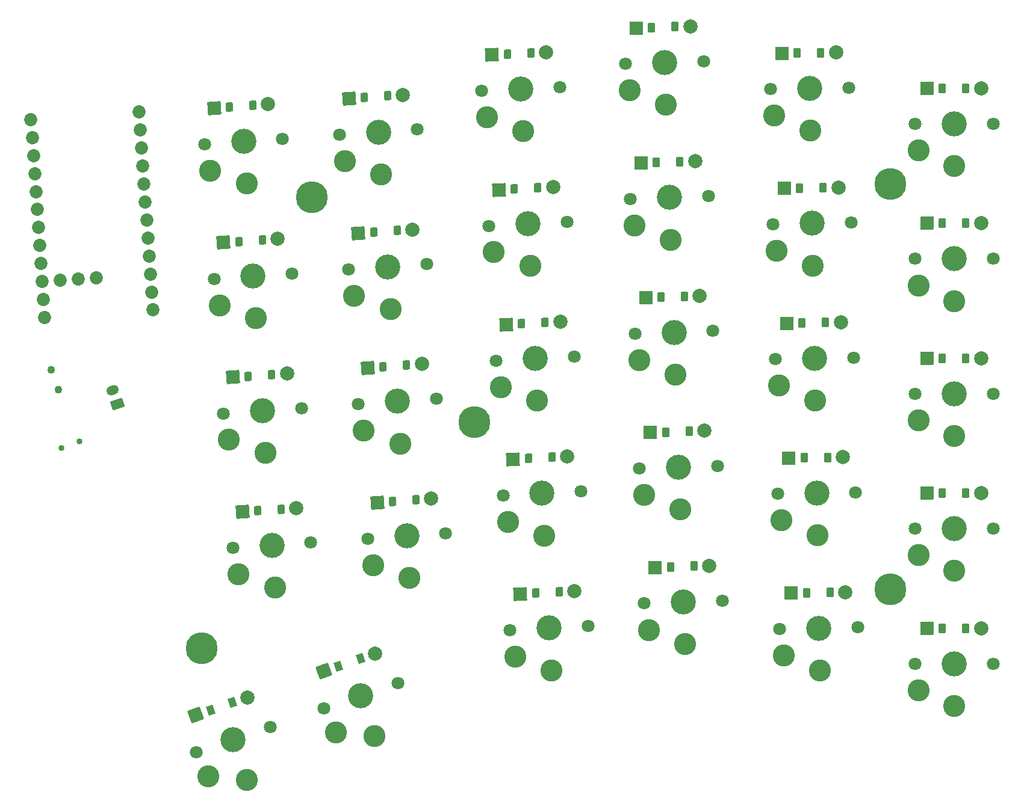
<source format=gbr>
%TF.GenerationSoftware,KiCad,Pcbnew,8.0.4*%
%TF.CreationDate,2024-08-23T23:48:41-04:00*%
%TF.ProjectId,right,72696768-742e-46b6-9963-61645f706362,v1.0.0*%
%TF.SameCoordinates,Original*%
%TF.FileFunction,Soldermask,Top*%
%TF.FilePolarity,Negative*%
%FSLAX46Y46*%
G04 Gerber Fmt 4.6, Leading zero omitted, Abs format (unit mm)*
G04 Created by KiCad (PCBNEW 8.0.4) date 2024-08-23 23:48:41*
%MOMM*%
%LPD*%
G01*
G04 APERTURE LIST*
G04 Aperture macros list*
%AMRoundRect*
0 Rectangle with rounded corners*
0 $1 Rounding radius*
0 $2 $3 $4 $5 $6 $7 $8 $9 X,Y pos of 4 corners*
0 Add a 4 corners polygon primitive as box body*
4,1,4,$2,$3,$4,$5,$6,$7,$8,$9,$2,$3,0*
0 Add four circle primitives for the rounded corners*
1,1,$1+$1,$2,$3*
1,1,$1+$1,$4,$5*
1,1,$1+$1,$6,$7*
1,1,$1+$1,$8,$9*
0 Add four rect primitives between the rounded corners*
20,1,$1+$1,$2,$3,$4,$5,0*
20,1,$1+$1,$4,$5,$6,$7,0*
20,1,$1+$1,$6,$7,$8,$9,0*
20,1,$1+$1,$8,$9,$2,$3,0*%
%AMHorizOval*
0 Thick line with rounded ends*
0 $1 width*
0 $2 $3 position (X,Y) of the first rounded end (center of the circle)*
0 $4 $5 position (X,Y) of the second rounded end (center of the circle)*
0 Add line between two ends*
20,1,$1,$2,$3,$4,$5,0*
0 Add two circle primitives to create the rounded ends*
1,1,$1,$2,$3*
1,1,$1,$4,$5*%
G04 Aperture macros list end*
%ADD10C,3.529000*%
%ADD11C,1.801800*%
%ADD12C,3.100000*%
%ADD13C,1.852600*%
%ADD14RoundRect,0.050000X0.999032X-0.290578X0.608350X0.844044X-0.999032X0.290578X-0.608350X-0.844044X0*%
%ADD15HorizOval,1.300000X0.236380X0.081392X-0.236380X-0.081392X0*%
%ADD16C,0.850000*%
%ADD17C,1.100000*%
%ADD18RoundRect,0.050000X-0.450000X-0.600000X0.450000X-0.600000X0.450000X0.600000X-0.450000X0.600000X0*%
%ADD19RoundRect,0.050000X-0.889000X-0.889000X0.889000X-0.889000X0.889000X0.889000X-0.889000X0.889000X0*%
%ADD20C,2.005000*%
%ADD21RoundRect,0.050000X-0.439460X-0.607762X0.460403X-0.592055X0.439460X0.607762X-0.460403X0.592055X0*%
%ADD22RoundRect,0.050000X-0.873349X-0.904380X0.904380X-0.873349X0.873349X0.904380X-0.904380X0.873349X0*%
%ADD23RoundRect,0.050000X-0.428786X-0.615339X0.470666X-0.583930X0.428786X0.615339X-0.470666X0.583930X0*%
%ADD24RoundRect,0.050000X-0.857433X-0.919484X0.919484X-0.857433X0.857433X0.919484X-0.919484X0.857433X0*%
%ADD25RoundRect,0.050000X-0.417982X-0.622729X0.480785X-0.575627X0.417982X0.622729X-0.480785X0.575627X0*%
%ADD26RoundRect,0.050000X-0.841255X-0.934308X0.934308X-0.841255X0.841255X0.934308X-0.934308X0.841255X0*%
%ADD27RoundRect,0.050000X-0.407050X-0.629929X0.490758X-0.567148X0.407050X0.629929X-0.490758X0.567148X0*%
%ADD28RoundRect,0.050000X-0.824821X-0.948848X0.948848X-0.824821X0.824821X0.948848X-0.948848X0.824821X0*%
%ADD29RoundRect,0.050000X-0.230142X-0.713817X0.620824X-0.420805X0.230142X0.713817X-0.620824X0.420805X0*%
%ADD30RoundRect,0.050000X-0.551136X-1.129996X1.129996X-0.551136X0.551136X1.129996X-1.129996X0.551136X0*%
%ADD31C,0.800000*%
%ADD32C,4.500000*%
G04 APERTURE END LIST*
D10*
%TO.C,S1*%
X349836267Y-200000000D03*
D11*
X344336267Y-200000000D03*
X355336267Y-200000000D03*
D12*
X344836267Y-203750000D03*
X349836267Y-205950000D03*
%TD*%
D10*
%TO.C,S2*%
X349836267Y-181000000D03*
D11*
X344336267Y-181000000D03*
X355336267Y-181000000D03*
D12*
X344836267Y-184750000D03*
X349836267Y-186950000D03*
%TD*%
D10*
%TO.C,S3*%
X349836267Y-162000000D03*
D11*
X344336267Y-162000000D03*
X355336267Y-162000000D03*
D12*
X344836267Y-165750000D03*
X349836267Y-167950000D03*
%TD*%
D10*
%TO.C,S4*%
X349836267Y-143000000D03*
D11*
X344336267Y-143000000D03*
X355336267Y-143000000D03*
D12*
X344836267Y-146750000D03*
X349836267Y-148950000D03*
%TD*%
D10*
%TO.C,S5*%
X349836267Y-124000000D03*
D11*
X344336267Y-124000000D03*
X355336267Y-124000000D03*
D12*
X344836267Y-127750000D03*
X349836267Y-129950000D03*
%TD*%
D10*
%TO.C,S6*%
X330836267Y-195000000D03*
D11*
X325337105Y-195095988D03*
X336335429Y-194904012D03*
D12*
X325902475Y-198836691D03*
X330940109Y-200949094D03*
%TD*%
D10*
%TO.C,S7*%
X330504671Y-176002894D03*
D11*
X325005509Y-176098882D03*
X336003833Y-175906906D03*
D12*
X325570879Y-179839585D03*
X330608513Y-181951988D03*
%TD*%
D10*
%TO.C,S8*%
X330173075Y-157005788D03*
D11*
X324673913Y-157101776D03*
X335672237Y-156909800D03*
D12*
X325239283Y-160842479D03*
X330276917Y-162954882D03*
%TD*%
D10*
%TO.C,S9*%
X329841480Y-138008681D03*
D11*
X324342318Y-138104669D03*
X335340642Y-137912693D03*
D12*
X324907688Y-141845372D03*
X329945322Y-143957775D03*
%TD*%
D10*
%TO.C,S10*%
X329509884Y-119011575D03*
D11*
X324010722Y-119107563D03*
X335009046Y-118915587D03*
D12*
X324576092Y-122848266D03*
X329613726Y-124960669D03*
%TD*%
D10*
%TO.C,S11*%
X311769351Y-191332205D03*
D11*
X306272701Y-191524152D03*
X317266001Y-191140258D03*
D12*
X306903270Y-195254418D03*
X311977003Y-197278580D03*
%TD*%
D10*
%TO.C,S12*%
X311106261Y-172343779D03*
D11*
X305609611Y-172535726D03*
X316602911Y-172151832D03*
D12*
X306240180Y-176265992D03*
X311313913Y-178290154D03*
%TD*%
D10*
%TO.C,S13*%
X310443170Y-153355354D03*
D11*
X304946520Y-153547301D03*
X315939820Y-153163407D03*
D12*
X305577089Y-157277567D03*
X310650822Y-159301729D03*
%TD*%
D10*
%TO.C,S14*%
X309780080Y-134366928D03*
D11*
X304283430Y-134558875D03*
X315276730Y-134174981D03*
D12*
X304913999Y-138289141D03*
X309987732Y-140313303D03*
%TD*%
D10*
%TO.C,S15*%
X309116989Y-115378502D03*
D11*
X303620339Y-115570449D03*
X314613639Y-115186555D03*
D12*
X304250908Y-119300715D03*
X309324641Y-121324877D03*
%TD*%
D10*
%TO.C,S16*%
X292885624Y-194993468D03*
D11*
X287393162Y-195281316D03*
X298378086Y-194705620D03*
D12*
X288088736Y-199000009D03*
X293197023Y-200935314D03*
%TD*%
D10*
%TO.C,S17*%
X291891241Y-176019507D03*
D11*
X286398779Y-176307355D03*
X297383703Y-175731659D03*
D12*
X287094353Y-180026048D03*
X292202640Y-181961353D03*
%TD*%
D10*
%TO.C,S18*%
X290896857Y-157045545D03*
D11*
X285404395Y-157333393D03*
X296389319Y-156757697D03*
D12*
X286099969Y-161052086D03*
X291208256Y-162987391D03*
%TD*%
D10*
%TO.C,S19*%
X289902474Y-138071584D03*
D11*
X284410012Y-138359432D03*
X295394936Y-137783736D03*
D12*
X285105586Y-142078125D03*
X290213873Y-144013430D03*
%TD*%
D10*
%TO.C,S20*%
X288908091Y-119097623D03*
D11*
X283415629Y-119385471D03*
X294400553Y-118809775D03*
D12*
X284111203Y-123104164D03*
X289219490Y-125039469D03*
%TD*%
D10*
%TO.C,S21*%
X272847969Y-182027282D03*
D11*
X267361367Y-182410943D03*
X278334571Y-181643621D03*
D12*
X268121736Y-186116930D03*
X273263020Y-187962788D03*
%TD*%
D10*
%TO.C,S22*%
X271522596Y-163073565D03*
D11*
X266035994Y-163457226D03*
X277009198Y-162689904D03*
D12*
X266796363Y-167163213D03*
X271937647Y-169009071D03*
%TD*%
D10*
%TO.C,S23*%
X270197223Y-144119848D03*
D11*
X264710621Y-144503509D03*
X275683825Y-143736187D03*
D12*
X265470990Y-148209496D03*
X270612274Y-150055354D03*
%TD*%
D10*
%TO.C,S24*%
X268871850Y-125166131D03*
D11*
X263385248Y-125549792D03*
X274358452Y-124782470D03*
D12*
X264145617Y-129255779D03*
X269286901Y-131101637D03*
%TD*%
D10*
%TO.C,S25*%
X253894252Y-183352655D03*
D11*
X248407650Y-183736316D03*
X259380854Y-182968994D03*
D12*
X249168019Y-187442303D03*
X254309303Y-189288161D03*
%TD*%
D10*
%TO.C,S26*%
X252568879Y-164398938D03*
D11*
X247082277Y-164782599D03*
X258055481Y-164015277D03*
D12*
X247842646Y-168488586D03*
X252983930Y-170334444D03*
%TD*%
D10*
%TO.C,S27*%
X251243506Y-145445221D03*
D11*
X245756904Y-145828882D03*
X256730108Y-145061560D03*
D12*
X246517273Y-149534869D03*
X251658557Y-151380727D03*
%TD*%
D10*
%TO.C,S28*%
X249918133Y-126491504D03*
D11*
X244431531Y-126875165D03*
X255404735Y-126107843D03*
D12*
X245191900Y-130581152D03*
X250333184Y-132427010D03*
%TD*%
D10*
%TO.C,S29*%
X266402099Y-204531743D03*
D11*
X261201747Y-206322368D03*
X271602451Y-202741118D03*
D12*
X262895387Y-209705278D03*
X268339230Y-210157579D03*
%TD*%
D10*
%TO.C,S30*%
X248437246Y-210717537D03*
D11*
X243236894Y-212508162D03*
X253637598Y-208926912D03*
D12*
X244930534Y-215891072D03*
X250374377Y-216343373D03*
%TD*%
D13*
%TO.C,MCU1*%
X220009645Y-123400285D03*
X220186826Y-125934097D03*
X220364008Y-128467910D03*
X220541189Y-131001723D03*
X220718371Y-133535535D03*
X220895552Y-136069348D03*
X221072734Y-138603161D03*
X221249915Y-141136973D03*
X221427097Y-143670786D03*
X221604278Y-146204599D03*
X221781459Y-148738411D03*
X221958641Y-151272224D03*
X237161517Y-150209135D03*
X236984336Y-147675323D03*
X236807154Y-145141510D03*
X236629973Y-142607697D03*
X236452791Y-140073885D03*
X236275610Y-137540072D03*
X236098428Y-135006259D03*
X235921247Y-132472447D03*
X235744065Y-129938634D03*
X235566884Y-127404821D03*
X235389703Y-124871009D03*
X235212521Y-122337196D03*
X224138091Y-146027417D03*
X226671903Y-145850236D03*
X229205716Y-145673054D03*
%TD*%
D14*
%TO.C,JST1*%
X232158839Y-163441609D03*
D15*
X231507703Y-161550571D03*
%TD*%
D16*
%TO.C,B1*%
X224258147Y-169599302D03*
X226858323Y-168703990D03*
%TD*%
D17*
%TO.C,T1*%
X222876787Y-158599758D03*
X223853491Y-161436314D03*
%TD*%
D18*
%TO.C,D1*%
X348186267Y-195000000D03*
X351486267Y-195000000D03*
D19*
X346026267Y-195000000D03*
D20*
X353646267Y-195000000D03*
%TD*%
D18*
%TO.C,D2*%
X348186267Y-176000000D03*
X351486267Y-176000000D03*
D19*
X346026267Y-176000000D03*
D20*
X353646267Y-176000000D03*
%TD*%
D18*
%TO.C,D3*%
X348186267Y-157000000D03*
X351486267Y-157000000D03*
D19*
X346026267Y-157000000D03*
D20*
X353646267Y-157000000D03*
%TD*%
D18*
%TO.C,D4*%
X348186267Y-138000000D03*
X351486267Y-138000000D03*
D19*
X346026267Y-138000000D03*
D20*
X353646267Y-138000000D03*
%TD*%
D18*
%TO.C,D5*%
X348186267Y-119000000D03*
X351486267Y-119000000D03*
D19*
X346026267Y-119000000D03*
D20*
X353646267Y-119000000D03*
%TD*%
D21*
%TO.C,D6*%
X329099256Y-190029558D03*
X332398754Y-189971966D03*
D22*
X326939585Y-190067256D03*
D20*
X334558425Y-189934268D03*
%TD*%
D21*
%TO.C,D7*%
X328767660Y-171032451D03*
X332067158Y-170974859D03*
D22*
X326607989Y-171070149D03*
D20*
X334226829Y-170937161D03*
%TD*%
D21*
%TO.C,D8*%
X328436064Y-152035345D03*
X331735562Y-151977753D03*
D22*
X326276393Y-152073043D03*
D20*
X333895233Y-151940055D03*
%TD*%
D21*
%TO.C,D9*%
X328104469Y-133038239D03*
X331403967Y-132980647D03*
D22*
X325944798Y-133075937D03*
D20*
X333563638Y-132942949D03*
%TD*%
D21*
%TO.C,D10*%
X327772873Y-114041133D03*
X331072371Y-113983541D03*
D22*
X325613202Y-114078831D03*
D20*
X333232042Y-113945843D03*
%TD*%
D23*
%TO.C,D11*%
X309945859Y-186392835D03*
X313243849Y-186277667D03*
D24*
X307787175Y-186468218D03*
D20*
X315402533Y-186202284D03*
%TD*%
D23*
%TO.C,D12*%
X309282768Y-167404409D03*
X312580758Y-167289241D03*
D24*
X307124084Y-167479792D03*
D20*
X314739442Y-167213858D03*
%TD*%
D23*
%TO.C,D13*%
X308619678Y-148415983D03*
X311917668Y-148300815D03*
D24*
X306460994Y-148491366D03*
D20*
X314076352Y-148225432D03*
%TD*%
D23*
%TO.C,D14*%
X307956587Y-129427558D03*
X311254577Y-129312390D03*
D24*
X305797903Y-129502941D03*
D20*
X313413261Y-129237007D03*
%TD*%
D23*
%TO.C,D15*%
X307293497Y-110439132D03*
X310591487Y-110323964D03*
D24*
X305134813Y-110514515D03*
D20*
X312750171Y-110248581D03*
%TD*%
D25*
%TO.C,D16*%
X290976205Y-190086674D03*
X294271683Y-189913966D03*
D26*
X288819165Y-190199720D03*
D20*
X296428723Y-189800920D03*
%TD*%
D25*
%TO.C,D17*%
X289981822Y-171112713D03*
X293277300Y-170940005D03*
D26*
X287824782Y-171225759D03*
D20*
X295434340Y-170826959D03*
%TD*%
D25*
%TO.C,D18*%
X288987439Y-152138752D03*
X292282917Y-151966044D03*
D26*
X286830399Y-152251798D03*
D20*
X294439957Y-151852998D03*
%TD*%
D25*
%TO.C,D19*%
X287993055Y-133164791D03*
X291288533Y-132992083D03*
D26*
X285836015Y-133277837D03*
D20*
X293445573Y-132879037D03*
%TD*%
D25*
%TO.C,D20*%
X286998672Y-114190829D03*
X290294150Y-114018121D03*
D26*
X284841632Y-114303875D03*
D20*
X292451190Y-113905075D03*
%TD*%
D27*
%TO.C,D21*%
X270853206Y-177154559D03*
X274145168Y-176924363D03*
D28*
X268698468Y-177305233D03*
D20*
X276299906Y-176773689D03*
%TD*%
D27*
%TO.C,D22*%
X269527833Y-158200842D03*
X272819795Y-157970646D03*
D28*
X267373095Y-158351516D03*
D20*
X274974533Y-157819972D03*
%TD*%
D27*
%TO.C,D23*%
X268202460Y-139247125D03*
X271494422Y-139016929D03*
D28*
X266047722Y-139397799D03*
D20*
X273649160Y-138866255D03*
%TD*%
D27*
%TO.C,D24*%
X266877087Y-120293408D03*
X270169049Y-120063212D03*
D28*
X264722349Y-120444082D03*
D20*
X272323787Y-119912538D03*
%TD*%
D27*
%TO.C,D25*%
X251899489Y-178479932D03*
X255191451Y-178249736D03*
D28*
X249744751Y-178630606D03*
D20*
X257346189Y-178099062D03*
%TD*%
D27*
%TO.C,D26*%
X250574116Y-159526215D03*
X253866078Y-159296019D03*
D28*
X248419378Y-159676889D03*
D20*
X256020816Y-159145345D03*
%TD*%
D27*
%TO.C,D27*%
X249248743Y-140572498D03*
X252540705Y-140342302D03*
D28*
X247094005Y-140723172D03*
D20*
X254695443Y-140191628D03*
%TD*%
D27*
%TO.C,D28*%
X247923370Y-121618781D03*
X251215332Y-121388585D03*
D28*
X245768632Y-121769455D03*
D20*
X253370070Y-121237911D03*
%TD*%
D29*
%TO.C,D29*%
X263214153Y-200341337D03*
X266334365Y-199266963D03*
D30*
X261171833Y-201044565D03*
D20*
X268376685Y-198563735D03*
%TD*%
D29*
%TO.C,D30*%
X245249300Y-206527132D03*
X248369512Y-205452758D03*
D30*
X243206980Y-207230360D03*
D20*
X250411832Y-204749530D03*
%TD*%
D31*
%TO.C,_1*%
X342002993Y-133666726D03*
D32*
X340836267Y-132500000D03*
D31*
X340836267Y-134150000D03*
X342002993Y-131333274D03*
X339186267Y-132500000D03*
X339669541Y-131333274D03*
X339669541Y-133666726D03*
X342486267Y-132500000D03*
X340836267Y-130850000D03*
%TD*%
%TO.C,_2*%
X342002993Y-190666726D03*
D32*
X340836267Y-189500000D03*
D31*
X340836267Y-191150000D03*
X342002993Y-188333274D03*
X339186267Y-189500000D03*
X339669541Y-188333274D03*
X339669541Y-190666726D03*
X342486267Y-189500000D03*
X340836267Y-187850000D03*
%TD*%
%TO.C,_3*%
X283580236Y-167108985D03*
D32*
X282354047Y-166004920D03*
D31*
X282440401Y-167652659D03*
X283458112Y-164778731D03*
X280706308Y-166091274D03*
X281127858Y-164900855D03*
X281249982Y-167231109D03*
X284001786Y-165918566D03*
X282267693Y-164357181D03*
%TD*%
%TO.C,_4*%
X260734411Y-135425487D03*
D32*
X259489140Y-134342990D03*
D31*
X259604238Y-135988971D03*
X260571637Y-133097719D03*
X257843159Y-134458088D03*
X258243869Y-133260493D03*
X258406643Y-135588261D03*
X261135121Y-134227892D03*
X259374042Y-132697009D03*
%TD*%
%TO.C,_5*%
X245492530Y-198581797D03*
D32*
X244009520Y-197858485D03*
D31*
X244546707Y-199418591D03*
X244732832Y-196375475D03*
X242449414Y-198395672D03*
X242526510Y-197135173D03*
X243286208Y-199341495D03*
X245569626Y-197321298D03*
X243472333Y-196298379D03*
%TD*%
M02*

</source>
